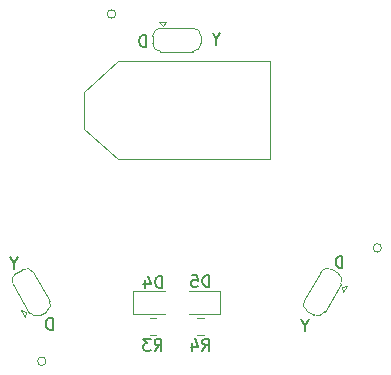
<source format=gbr>
%TF.GenerationSoftware,KiCad,Pcbnew,(7.0.0)*%
%TF.CreationDate,2023-06-29T15:53:59-07:00*%
%TF.ProjectId,GlowPrism Corner PCB,476c6f77-5072-4697-936d-20436f726e65,rev?*%
%TF.SameCoordinates,Original*%
%TF.FileFunction,Legend,Bot*%
%TF.FilePolarity,Positive*%
%FSLAX46Y46*%
G04 Gerber Fmt 4.6, Leading zero omitted, Abs format (unit mm)*
G04 Created by KiCad (PCBNEW (7.0.0)) date 2023-06-29 15:53:59*
%MOMM*%
%LPD*%
G01*
G04 APERTURE LIST*
%ADD10C,0.150000*%
%ADD11C,0.100000*%
%ADD12C,0.120000*%
G04 APERTURE END LIST*
D10*
X-2625695Y13603419D02*
X-2625695Y14603419D01*
X-2625695Y14603419D02*
X-2863790Y14603419D01*
X-2863790Y14603419D02*
X-3006647Y14555800D01*
X-3006647Y14555800D02*
X-3101885Y14460561D01*
X-3101885Y14460561D02*
X-3149504Y14365323D01*
X-3149504Y14365323D02*
X-3197123Y14174847D01*
X-3197123Y14174847D02*
X-3197123Y14031990D01*
X-3197123Y14031990D02*
X-3149504Y13841514D01*
X-3149504Y13841514D02*
X-3101885Y13746276D01*
X-3101885Y13746276D02*
X-3006647Y13651038D01*
X-3006647Y13651038D02*
X-2863790Y13603419D01*
X-2863790Y13603419D02*
X-2625695Y13603419D01*
X10823628Y-9974190D02*
X10823628Y-10450380D01*
X11156961Y-9450380D02*
X10823628Y-9974190D01*
X10823628Y-9974190D02*
X10490295Y-9450380D01*
X3356028Y14257409D02*
X3356028Y13781219D01*
X3689361Y14781219D02*
X3356028Y14257409D01*
X3356028Y14257409D02*
X3022695Y14781219D01*
X14011304Y-5090980D02*
X14011304Y-4090980D01*
X14011304Y-4090980D02*
X13773209Y-4090980D01*
X13773209Y-4090980D02*
X13630352Y-4138600D01*
X13630352Y-4138600D02*
X13535114Y-4233838D01*
X13535114Y-4233838D02*
X13487495Y-4329076D01*
X13487495Y-4329076D02*
X13439876Y-4519552D01*
X13439876Y-4519552D02*
X13439876Y-4662409D01*
X13439876Y-4662409D02*
X13487495Y-4852885D01*
X13487495Y-4852885D02*
X13535114Y-4948123D01*
X13535114Y-4948123D02*
X13630352Y-5043361D01*
X13630352Y-5043361D02*
X13773209Y-5090980D01*
X13773209Y-5090980D02*
X14011304Y-5090980D01*
X-10525095Y-10323380D02*
X-10525095Y-9323380D01*
X-10525095Y-9323380D02*
X-10763190Y-9323380D01*
X-10763190Y-9323380D02*
X-10906047Y-9371000D01*
X-10906047Y-9371000D02*
X-11001285Y-9466238D01*
X-11001285Y-9466238D02*
X-11048904Y-9561476D01*
X-11048904Y-9561476D02*
X-11096523Y-9751952D01*
X-11096523Y-9751952D02*
X-11096523Y-9894809D01*
X-11096523Y-9894809D02*
X-11048904Y-10085285D01*
X-11048904Y-10085285D02*
X-11001285Y-10180523D01*
X-11001285Y-10180523D02*
X-10906047Y-10275761D01*
X-10906047Y-10275761D02*
X-10763190Y-10323380D01*
X-10763190Y-10323380D02*
X-10525095Y-10323380D01*
X-13772571Y-4693638D02*
X-13772571Y-5169828D01*
X-13439238Y-4169828D02*
X-13772571Y-4693638D01*
X-13772571Y-4693638D02*
X-14105904Y-4169828D01*
%TO.C,R3*%
X-1880533Y-12105780D02*
X-1547200Y-11629590D01*
X-1309105Y-12105780D02*
X-1309105Y-11105780D01*
X-1309105Y-11105780D02*
X-1690057Y-11105780D01*
X-1690057Y-11105780D02*
X-1785295Y-11153400D01*
X-1785295Y-11153400D02*
X-1832914Y-11201019D01*
X-1832914Y-11201019D02*
X-1880533Y-11296257D01*
X-1880533Y-11296257D02*
X-1880533Y-11439114D01*
X-1880533Y-11439114D02*
X-1832914Y-11534352D01*
X-1832914Y-11534352D02*
X-1785295Y-11581971D01*
X-1785295Y-11581971D02*
X-1690057Y-11629590D01*
X-1690057Y-11629590D02*
X-1309105Y-11629590D01*
X-2213867Y-11105780D02*
X-2832914Y-11105780D01*
X-2832914Y-11105780D02*
X-2499581Y-11486733D01*
X-2499581Y-11486733D02*
X-2642438Y-11486733D01*
X-2642438Y-11486733D02*
X-2737676Y-11534352D01*
X-2737676Y-11534352D02*
X-2785295Y-11581971D01*
X-2785295Y-11581971D02*
X-2832914Y-11677209D01*
X-2832914Y-11677209D02*
X-2832914Y-11915304D01*
X-2832914Y-11915304D02*
X-2785295Y-12010542D01*
X-2785295Y-12010542D02*
X-2737676Y-12058161D01*
X-2737676Y-12058161D02*
X-2642438Y-12105780D01*
X-2642438Y-12105780D02*
X-2356724Y-12105780D01*
X-2356724Y-12105780D02*
X-2261486Y-12058161D01*
X-2261486Y-12058161D02*
X-2213867Y-12010542D01*
%TO.C,D4*%
X-1268505Y-6793580D02*
X-1268505Y-5793580D01*
X-1268505Y-5793580D02*
X-1506600Y-5793580D01*
X-1506600Y-5793580D02*
X-1649457Y-5841200D01*
X-1649457Y-5841200D02*
X-1744695Y-5936438D01*
X-1744695Y-5936438D02*
X-1792314Y-6031676D01*
X-1792314Y-6031676D02*
X-1839933Y-6222152D01*
X-1839933Y-6222152D02*
X-1839933Y-6365009D01*
X-1839933Y-6365009D02*
X-1792314Y-6555485D01*
X-1792314Y-6555485D02*
X-1744695Y-6650723D01*
X-1744695Y-6650723D02*
X-1649457Y-6745961D01*
X-1649457Y-6745961D02*
X-1506600Y-6793580D01*
X-1506600Y-6793580D02*
X-1268505Y-6793580D01*
X-2697076Y-6126914D02*
X-2697076Y-6793580D01*
X-2458981Y-5745961D02*
X-2220886Y-6460247D01*
X-2220886Y-6460247D02*
X-2839933Y-6460247D01*
%TO.C,D5*%
X2738094Y-6717380D02*
X2738094Y-5717380D01*
X2738094Y-5717380D02*
X2499999Y-5717380D01*
X2499999Y-5717380D02*
X2357142Y-5765000D01*
X2357142Y-5765000D02*
X2261904Y-5860238D01*
X2261904Y-5860238D02*
X2214285Y-5955476D01*
X2214285Y-5955476D02*
X2166666Y-6145952D01*
X2166666Y-6145952D02*
X2166666Y-6288809D01*
X2166666Y-6288809D02*
X2214285Y-6479285D01*
X2214285Y-6479285D02*
X2261904Y-6574523D01*
X2261904Y-6574523D02*
X2357142Y-6669761D01*
X2357142Y-6669761D02*
X2499999Y-6717380D01*
X2499999Y-6717380D02*
X2738094Y-6717380D01*
X1261904Y-5717380D02*
X1738094Y-5717380D01*
X1738094Y-5717380D02*
X1785713Y-6193571D01*
X1785713Y-6193571D02*
X1738094Y-6145952D01*
X1738094Y-6145952D02*
X1642856Y-6098333D01*
X1642856Y-6098333D02*
X1404761Y-6098333D01*
X1404761Y-6098333D02*
X1309523Y-6145952D01*
X1309523Y-6145952D02*
X1261904Y-6193571D01*
X1261904Y-6193571D02*
X1214285Y-6288809D01*
X1214285Y-6288809D02*
X1214285Y-6526904D01*
X1214285Y-6526904D02*
X1261904Y-6622142D01*
X1261904Y-6622142D02*
X1309523Y-6669761D01*
X1309523Y-6669761D02*
X1404761Y-6717380D01*
X1404761Y-6717380D02*
X1642856Y-6717380D01*
X1642856Y-6717380D02*
X1738094Y-6669761D01*
X1738094Y-6669761D02*
X1785713Y-6622142D01*
%TO.C,R4*%
X2173266Y-12102180D02*
X2506599Y-11625990D01*
X2744694Y-12102180D02*
X2744694Y-11102180D01*
X2744694Y-11102180D02*
X2363742Y-11102180D01*
X2363742Y-11102180D02*
X2268504Y-11149800D01*
X2268504Y-11149800D02*
X2220885Y-11197419D01*
X2220885Y-11197419D02*
X2173266Y-11292657D01*
X2173266Y-11292657D02*
X2173266Y-11435514D01*
X2173266Y-11435514D02*
X2220885Y-11530752D01*
X2220885Y-11530752D02*
X2268504Y-11578371D01*
X2268504Y-11578371D02*
X2363742Y-11625990D01*
X2363742Y-11625990D02*
X2744694Y-11625990D01*
X1316123Y-11435514D02*
X1316123Y-12102180D01*
X1554218Y-11054561D02*
X1792313Y-11768847D01*
X1792313Y-11768847D02*
X1173266Y-11768847D01*
D11*
%TO.C,J3*%
X17333094Y-3402700D02*
G75*
G03*
X17333094Y-3402700I-360555J0D01*
G01*
D12*
%TO.C,R3*%
X-2308452Y-9323400D02*
X-1785948Y-9323400D01*
X-2308452Y-10793400D02*
X-1785948Y-10793400D01*
%TO.C,J7*%
X-5000000Y12400000D02*
X7850000Y12400000D01*
X7850000Y12400000D02*
X7850000Y4100000D01*
X7850000Y4100000D02*
X-5000000Y4100000D01*
X-7850000Y9800000D02*
X-5000000Y12400000D01*
X-7850000Y6650000D02*
X-7850000Y9800000D01*
X-5000000Y4100000D02*
X-7850000Y6650000D01*
%TO.C,JP5*%
X-13885025Y-6450364D02*
X-12485025Y-8875236D01*
X-13084192Y-5237448D02*
X-13603808Y-5537448D01*
X-10752975Y-7875236D02*
X-12152975Y-5450364D01*
X-12758230Y-8802030D02*
X-13168038Y-8692223D01*
X-11553808Y-9088152D02*
X-11034192Y-8788152D01*
X-12758230Y-8802030D02*
X-12868038Y-9211838D01*
X-12868038Y-9211838D02*
X-13168038Y-8692223D01*
X-12127974Y-5493666D02*
G75*
G03*
X-13084192Y-5237448I-606218J-350000D01*
G01*
X-11034192Y-8788151D02*
G75*
G03*
X-10777976Y-7831934I-349999J606216D01*
G01*
X-12510025Y-8831934D02*
G75*
G03*
X-11553808Y-9088152I606217J349998D01*
G01*
X-13603807Y-5537449D02*
G75*
G03*
X-13860025Y-6493666I349999J-606217D01*
G01*
%TO.C,D4*%
X-3685000Y-7040000D02*
X-1000000Y-7040000D01*
X-3685000Y-8960000D02*
X-3685000Y-7040000D01*
X-1000000Y-8960000D02*
X-3685000Y-8960000D01*
%TO.C,JP7*%
X12510425Y-8849836D02*
X13910425Y-6424964D01*
X11059592Y-8762752D02*
X11579208Y-9062752D01*
X12178375Y-5424964D02*
X10778375Y-7849836D01*
X13983630Y-6698170D02*
X14093438Y-7107977D01*
X13629208Y-5512048D02*
X13109592Y-5212048D01*
X13983630Y-6698170D02*
X14393438Y-6588362D01*
X14393438Y-6588362D02*
X14093438Y-7107977D01*
X10803374Y-7806534D02*
G75*
G03*
X11059592Y-8762752I606218J-350000D01*
G01*
X13109592Y-5212048D02*
G75*
G03*
X12153375Y-5468266I-350000J-606216D01*
G01*
X13885424Y-6468266D02*
G75*
G03*
X13629208Y-5512049I-606215J350001D01*
G01*
X11579209Y-9062751D02*
G75*
G03*
X12535425Y-8806534I349999J606217D01*
G01*
%TO.C,D5*%
X3685000Y-8960000D02*
X1000000Y-8960000D01*
X3685000Y-7040000D02*
X3685000Y-8960000D01*
X1000000Y-7040000D02*
X3685000Y-7040000D01*
%TO.C,R4*%
X2267852Y-10793400D02*
X1745348Y-10793400D01*
X2267852Y-9323400D02*
X1745348Y-9323400D01*
D11*
%TO.C,J2*%
X-5178890Y16400000D02*
G75*
G03*
X-5178890Y16400000I-360555J0D01*
G01*
D12*
%TO.C,JP6*%
X1404600Y15224000D02*
X-1395400Y15224000D01*
X2054600Y13924000D02*
X2054600Y14524000D01*
X-1395400Y13224000D02*
X1404600Y13224000D01*
X-1195400Y15424000D02*
X-895400Y15724000D01*
X-2045400Y14524000D02*
X-2045400Y13924000D01*
X-1195400Y15424000D02*
X-1495400Y15724000D01*
X-1495400Y15724000D02*
X-895400Y15724000D01*
X1354600Y13224000D02*
G75*
G03*
X2054600Y13924000I0J700000D01*
G01*
X-2045400Y13924000D02*
G75*
G03*
X-1345400Y13224000I699999J-1D01*
G01*
X-1345400Y15224000D02*
G75*
G03*
X-2045400Y14524000I-1J-699999D01*
G01*
X2054600Y14524000D02*
G75*
G03*
X1354600Y15224000I-700000J0D01*
G01*
D11*
%TO.C,J1*%
X-11072539Y-12997300D02*
G75*
G03*
X-11072539Y-12997300I-360555J0D01*
G01*
%TD*%
M02*

</source>
